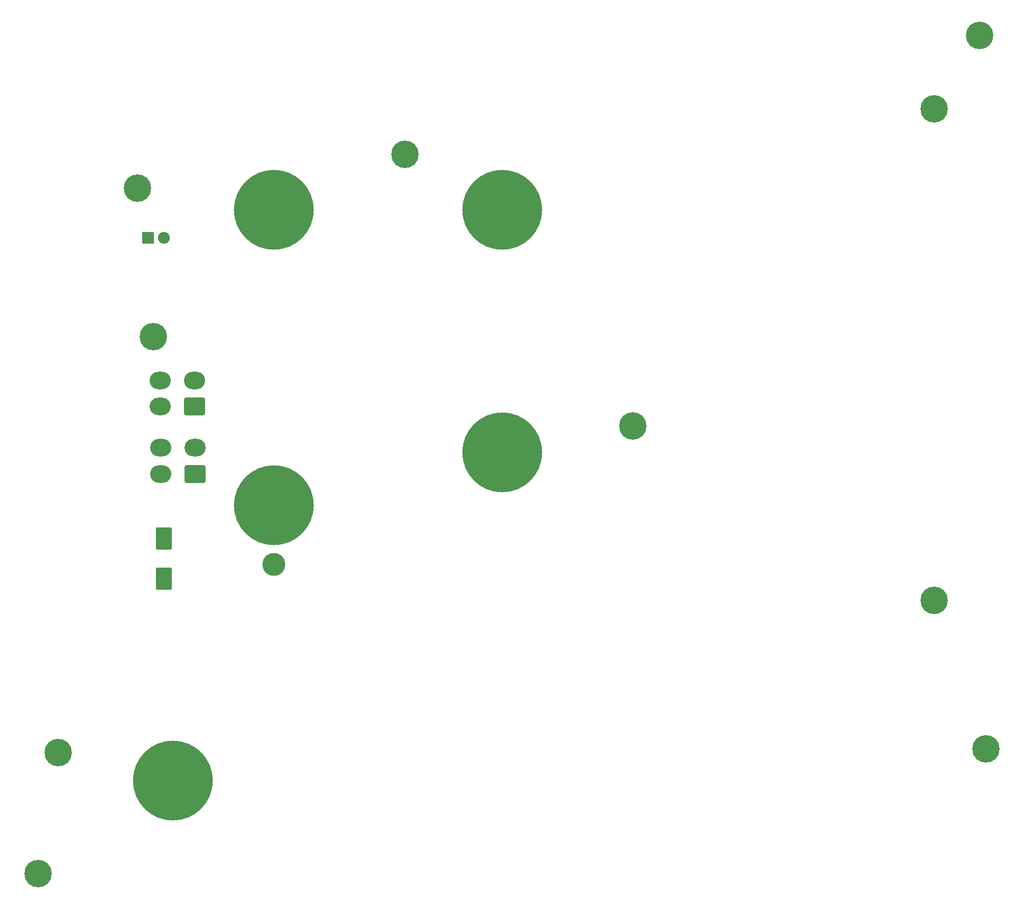
<source format=gbr>
%TF.GenerationSoftware,KiCad,Pcbnew,(6.0.9)*%
%TF.CreationDate,2022-12-26T21:29:22-09:00*%
%TF.ProjectId,PCB_ SELECT JETT PANEL,5043422c-2053-4454-9c45-4354204a4554,rev?*%
%TF.SameCoordinates,Original*%
%TF.FileFunction,Soldermask,Bot*%
%TF.FilePolarity,Negative*%
%FSLAX46Y46*%
G04 Gerber Fmt 4.6, Leading zero omitted, Abs format (unit mm)*
G04 Created by KiCad (PCBNEW (6.0.9)) date 2022-12-26 21:29:22*
%MOMM*%
%LPD*%
G01*
G04 APERTURE LIST*
G04 Aperture macros list*
%AMRoundRect*
0 Rectangle with rounded corners*
0 $1 Rounding radius*
0 $2 $3 $4 $5 $6 $7 $8 $9 X,Y pos of 4 corners*
0 Add a 4 corners polygon primitive as box body*
4,1,4,$2,$3,$4,$5,$6,$7,$8,$9,$2,$3,0*
0 Add four circle primitives for the rounded corners*
1,1,$1+$1,$2,$3*
1,1,$1+$1,$4,$5*
1,1,$1+$1,$6,$7*
1,1,$1+$1,$8,$9*
0 Add four rect primitives between the rounded corners*
20,1,$1+$1,$2,$3,$4,$5,0*
20,1,$1+$1,$4,$5,$6,$7,0*
20,1,$1+$1,$6,$7,$8,$9,0*
20,1,$1+$1,$8,$9,$2,$3,0*%
G04 Aperture macros list end*
%ADD10RoundRect,0.300001X1.399999X-1.099999X1.399999X1.099999X-1.399999X1.099999X-1.399999X-1.099999X0*%
%ADD11O,3.400000X2.800000*%
%ADD12RoundRect,0.050000X-0.900000X-0.900000X0.900000X-0.900000X0.900000X0.900000X-0.900000X0.900000X0*%
%ADD13C,1.900000*%
%ADD14RoundRect,0.300000X1.000000X-1.500000X1.000000X1.500000X-1.000000X1.500000X-1.000000X-1.500000X0*%
%ADD15C,4.400000*%
%ADD16C,12.800000*%
%ADD17C,3.672000*%
G04 APERTURE END LIST*
D10*
%TO.C,J2*%
X96500000Y-95800000D03*
D11*
X96500000Y-91600000D03*
X91000000Y-95800000D03*
X91000000Y-91600000D03*
%TD*%
D10*
%TO.C,J1*%
X96450000Y-85000000D03*
D11*
X96450000Y-80800000D03*
X90950000Y-85000000D03*
X90950000Y-80800000D03*
%TD*%
D12*
%TO.C,D82*%
X88960000Y-58000000D03*
D13*
X91500000Y-58000000D03*
%TD*%
D14*
%TO.C,C1*%
X91500000Y-112600000D03*
X91500000Y-106100000D03*
%TD*%
D15*
%TO.C,1*%
X87261697Y-49974517D03*
%TD*%
%TO.C,2*%
X130124197Y-44577011D03*
%TD*%
%TO.C,3*%
X214896696Y-37274500D03*
%TD*%
%TO.C,4*%
X166636703Y-88074497D03*
%TD*%
%TO.C,5*%
X74561693Y-140462018D03*
%TD*%
%TO.C,6*%
X214896707Y-116078000D03*
%TD*%
%TO.C,7*%
X89801693Y-73787017D03*
%TD*%
%TO.C,8*%
X71386707Y-159820032D03*
%TD*%
%TO.C,9*%
X223151694Y-139839819D03*
%TD*%
D16*
%TO.C,15*%
X109105698Y-53467018D03*
%TD*%
%TO.C,16*%
X145681694Y-53467018D03*
%TD*%
%TO.C,16*%
X109105698Y-100774518D03*
X109105698Y-100774518D03*
D17*
X109105698Y-110299518D03*
%TD*%
D16*
%TO.C,17*%
X145681694Y-92329018D03*
%TD*%
%TO.C,18*%
X92976707Y-144906997D03*
%TD*%
D15*
%TO.C,3*%
X222196696Y-25524500D03*
%TD*%
M02*

</source>
